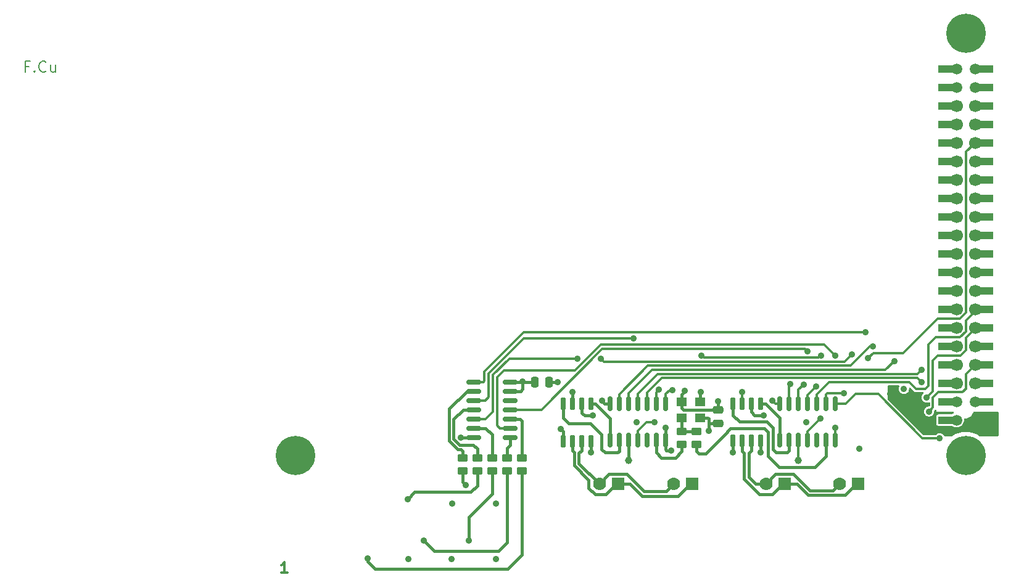
<source format=gbr>
%TF.GenerationSoftware,KiCad,Pcbnew,9.0.1-9.0.1-0~ubuntu24.04.1*%
%TF.CreationDate,2025-04-26T12:20:12-07:00*%
%TF.ProjectId,NX-IndicatorBoard,4e582d49-6e64-4696-9361-746f72426f61,1*%
%TF.SameCoordinates,Original*%
%TF.FileFunction,Copper,L1,Top*%
%TF.FilePolarity,Positive*%
%FSLAX46Y46*%
G04 Gerber Fmt 4.6, Leading zero omitted, Abs format (unit mm)*
G04 Created by KiCad (PCBNEW 9.0.1-9.0.1-0~ubuntu24.04.1) date 2025-04-26 12:20:12*
%MOMM*%
%LPD*%
G01*
G04 APERTURE LIST*
G04 Aperture macros list*
%AMRoundRect*
0 Rectangle with rounded corners*
0 $1 Rounding radius*
0 $2 $3 $4 $5 $6 $7 $8 $9 X,Y pos of 4 corners*
0 Add a 4 corners polygon primitive as box body*
4,1,4,$2,$3,$4,$5,$6,$7,$8,$9,$2,$3,0*
0 Add four circle primitives for the rounded corners*
1,1,$1+$1,$2,$3*
1,1,$1+$1,$4,$5*
1,1,$1+$1,$6,$7*
1,1,$1+$1,$8,$9*
0 Add four rect primitives between the rounded corners*
20,1,$1+$1,$2,$3,$4,$5,0*
20,1,$1+$1,$4,$5,$6,$7,0*
20,1,$1+$1,$6,$7,$8,$9,0*
20,1,$1+$1,$8,$9,$2,$3,0*%
G04 Aperture macros list end*
%ADD10C,0.187500*%
%TA.AperFunction,NonConductor*%
%ADD11C,0.187500*%
%TD*%
%ADD12C,0.300000*%
%TA.AperFunction,NonConductor*%
%ADD13C,0.300000*%
%TD*%
%TA.AperFunction,SMDPad,CuDef*%
%ADD14RoundRect,0.150000X0.150000X-0.825000X0.150000X0.825000X-0.150000X0.825000X-0.150000X-0.825000X0*%
%TD*%
%TA.AperFunction,SMDPad,CuDef*%
%ADD15R,1.400000X1.200000*%
%TD*%
%TA.AperFunction,ComponentPad*%
%ADD16C,1.000000*%
%TD*%
%TA.AperFunction,SMDPad,CuDef*%
%ADD17RoundRect,0.150000X-0.150000X0.725000X-0.150000X-0.725000X0.150000X-0.725000X0.150000X0.725000X0*%
%TD*%
%TA.AperFunction,SMDPad,CuDef*%
%ADD18RoundRect,0.250000X-0.450000X0.262500X-0.450000X-0.262500X0.450000X-0.262500X0.450000X0.262500X0*%
%TD*%
%TA.AperFunction,ComponentPad*%
%ADD19C,1.500000*%
%TD*%
%TA.AperFunction,SMDPad,CuDef*%
%ADD20R,1.780000X1.020000*%
%TD*%
%TA.AperFunction,ComponentPad*%
%ADD21C,1.700000*%
%TD*%
%TA.AperFunction,ComponentPad*%
%ADD22R,1.778000X1.778000*%
%TD*%
%TA.AperFunction,ComponentPad*%
%ADD23C,1.778000*%
%TD*%
%TA.AperFunction,SMDPad,CuDef*%
%ADD24RoundRect,0.250000X0.475000X-0.250000X0.475000X0.250000X-0.475000X0.250000X-0.475000X-0.250000X0*%
%TD*%
%TA.AperFunction,ComponentPad*%
%ADD25C,5.400000*%
%TD*%
%TA.AperFunction,SMDPad,CuDef*%
%ADD26RoundRect,0.150000X-0.825000X-0.150000X0.825000X-0.150000X0.825000X0.150000X-0.825000X0.150000X0*%
%TD*%
%TA.AperFunction,SMDPad,CuDef*%
%ADD27RoundRect,0.250000X-0.250000X-0.475000X0.250000X-0.475000X0.250000X0.475000X-0.250000X0.475000X0*%
%TD*%
%TA.AperFunction,ViaPad*%
%ADD28C,0.889000*%
%TD*%
%TA.AperFunction,Conductor*%
%ADD29C,0.381000*%
%TD*%
%TA.AperFunction,Conductor*%
%ADD30C,1.020000*%
%TD*%
%TA.AperFunction,Conductor*%
%ADD31C,0.304800*%
%TD*%
G04 APERTURE END LIST*
D10*
D11*
X29377697Y-55535964D02*
X28877697Y-55535964D01*
X28877697Y-56321678D02*
X28877697Y-54821678D01*
X28877697Y-54821678D02*
X29591983Y-54821678D01*
X30163411Y-56178821D02*
X30234840Y-56250250D01*
X30234840Y-56250250D02*
X30163411Y-56321678D01*
X30163411Y-56321678D02*
X30091983Y-56250250D01*
X30091983Y-56250250D02*
X30163411Y-56178821D01*
X30163411Y-56178821D02*
X30163411Y-56321678D01*
X31734840Y-56178821D02*
X31663412Y-56250250D01*
X31663412Y-56250250D02*
X31449126Y-56321678D01*
X31449126Y-56321678D02*
X31306269Y-56321678D01*
X31306269Y-56321678D02*
X31091983Y-56250250D01*
X31091983Y-56250250D02*
X30949126Y-56107392D01*
X30949126Y-56107392D02*
X30877697Y-55964535D01*
X30877697Y-55964535D02*
X30806269Y-55678821D01*
X30806269Y-55678821D02*
X30806269Y-55464535D01*
X30806269Y-55464535D02*
X30877697Y-55178821D01*
X30877697Y-55178821D02*
X30949126Y-55035964D01*
X30949126Y-55035964D02*
X31091983Y-54893107D01*
X31091983Y-54893107D02*
X31306269Y-54821678D01*
X31306269Y-54821678D02*
X31449126Y-54821678D01*
X31449126Y-54821678D02*
X31663412Y-54893107D01*
X31663412Y-54893107D02*
X31734840Y-54964535D01*
X33020555Y-55321678D02*
X33020555Y-56321678D01*
X32377697Y-55321678D02*
X32377697Y-56107392D01*
X32377697Y-56107392D02*
X32449126Y-56250250D01*
X32449126Y-56250250D02*
X32591983Y-56321678D01*
X32591983Y-56321678D02*
X32806269Y-56321678D01*
X32806269Y-56321678D02*
X32949126Y-56250250D01*
X32949126Y-56250250D02*
X33020555Y-56178821D01*
D12*
D13*
X64893772Y-125124428D02*
X64036629Y-125124428D01*
X64465200Y-125124428D02*
X64465200Y-123624428D01*
X64465200Y-123624428D02*
X64322343Y-123838714D01*
X64322343Y-123838714D02*
X64179486Y-123981571D01*
X64179486Y-123981571D02*
X64036629Y-124053000D01*
D14*
%TO.P,U3,1,TXCAN*%
%TO.N,/SPI-CAN-FD1/CANTX*%
X109170500Y-106869000D03*
%TO.P,U3,2,RXCAN*%
%TO.N,/SPI-CAN-FD1/CANRX*%
X110440500Y-106869000D03*
%TO.P,U3,3,CLKO/SOF*%
%TO.N,Net-(U3-CLKO{slash}SOF)*%
X111710500Y-106869000D03*
%TO.P,U3,4,~{INT}*%
%TO.N,/GPIO09*%
X112980500Y-106869000D03*
%TO.P,U3,5,OSC2*%
%TO.N,unconnected-(U3-OSC2-Pad5)*%
X114250500Y-106869000D03*
%TO.P,U3,6,OSC1*%
%TO.N,/SPI-CAN-FD1/CLK*%
X115520500Y-106869000D03*
%TO.P,U3,7,VSS*%
%TO.N,GND*%
X116790500Y-106869000D03*
%TO.P,U3,8,~{INT1}/GPIO1*%
%TO.N,/GPIO07*%
X116790500Y-101919000D03*
%TO.P,U3,9,~{INT0}/GPIO0/XSTBY*%
%TO.N,/GPIO12*%
X115520500Y-101919000D03*
%TO.P,U3,10,SCK*%
%TO.N,/SPI0_SCK*%
X114250500Y-101919000D03*
%TO.P,U3,11,SDI*%
%TO.N,/SPI0_MOSI*%
X112980500Y-101919000D03*
%TO.P,U3,12,SDO*%
%TO.N,/SPI0_MISO*%
X111710500Y-101919000D03*
%TO.P,U3,13,~{CS}*%
%TO.N,/SPI0_CS0*%
X110440500Y-101919000D03*
%TO.P,U3,14,VDD*%
%TO.N,+3V3*%
X109170500Y-101919000D03*
%TD*%
D15*
%TO.P,U4,1,EN*%
%TO.N,+3V3*%
X121564400Y-101590600D03*
%TO.P,U4,2,GND*%
%TO.N,GND*%
X119024400Y-101590600D03*
%TO.P,U4,3,OUT*%
%TO.N,Net-(U4-OUT)*%
X119024400Y-103790600D03*
%TO.P,U4,4,V_{DD}*%
%TO.N,+3V3*%
X121564400Y-103790600D03*
%TD*%
D16*
%TO.P,TP1,1,1*%
%TO.N,Net-(U3-CLKO{slash}SOF)*%
X111734600Y-109702600D03*
%TD*%
D17*
%TO.P,U5,1,TXD*%
%TO.N,/SPI-CAN-FD2/CANTX*%
X129819400Y-101844400D03*
%TO.P,U5,2,V_{SS}*%
%TO.N,GND*%
X128549400Y-101844400D03*
%TO.P,U5,3,V_{DD}*%
%TO.N,+5V*%
X127279400Y-101844400D03*
%TO.P,U5,4,RXD*%
%TO.N,/SPI-CAN-FD2/CANRX*%
X126009400Y-101844400D03*
%TO.P,U5,5,V_{IO}*%
%TO.N,+3V3*%
X126009400Y-106994400D03*
%TO.P,U5,6,CANL*%
%TO.N,/CAN2_L*%
X127279400Y-106994400D03*
%TO.P,U5,7,CANH*%
%TO.N,/CAN2_H*%
X128549400Y-106994400D03*
%TO.P,U5,8,S*%
%TO.N,GND*%
X129819400Y-106994400D03*
%TD*%
D18*
%TO.P,R3,1*%
%TO.N,Net-(R3-Pad1)*%
X92964000Y-109323500D03*
%TO.P,R3,2*%
%TO.N,Net-(D4-K)*%
X92964000Y-111148500D03*
%TD*%
D19*
%TO.P,J5,1,Pin_1*%
%TO.N,+3V3*%
X159270000Y-104130000D03*
D20*
X160910000Y-104130000D03*
%TO.P,J5,2,Pin_2*%
%TO.N,+5V*%
X155090000Y-104130000D03*
D19*
X156730000Y-104130000D03*
%TO.P,J5,3,Pin_3*%
%TO.N,/I2C1_SDA*%
X159270000Y-101590000D03*
D20*
X160910000Y-101590000D03*
%TO.P,J5,4,Pin_4*%
%TO.N,+5V*%
X155090000Y-101590000D03*
D19*
X156730000Y-101590000D03*
D21*
%TO.P,J5,5,Pin_5*%
%TO.N,/I2C1_SCL*%
X159270000Y-99050000D03*
D20*
X160910000Y-99050000D03*
%TO.P,J5,6,Pin_6*%
%TO.N,GND*%
X155090000Y-99050000D03*
D21*
X156730000Y-99050000D03*
%TO.P,J5,7,Pin_7*%
%TO.N,/GPIO09*%
X159270000Y-96510000D03*
D20*
X160910000Y-96510000D03*
%TO.P,J5,8,Pin_8*%
%TO.N,/UART1_TXD*%
X155090000Y-96510000D03*
D21*
X156730000Y-96510000D03*
%TO.P,J5,9,Pin_9*%
%TO.N,GND*%
X159270000Y-93970000D03*
D20*
X160910000Y-93970000D03*
%TO.P,J5,10,Pin_10*%
%TO.N,/UART1_RXD*%
X155090000Y-93970000D03*
D21*
X156730000Y-93970000D03*
%TO.P,J5,11,Pin_11*%
%TO.N,/UART1_RTS*%
X159270000Y-91430000D03*
D20*
X160910000Y-91430000D03*
%TO.P,J5,12,Pin_12*%
%TO.N,/I2S0_SCLK*%
X155090000Y-91430000D03*
D21*
X156730000Y-91430000D03*
%TO.P,J5,13,Pin_13*%
%TO.N,/SPI1_SCK*%
X159270000Y-88890000D03*
D20*
X160910000Y-88890000D03*
%TO.P,J5,14,Pin_14*%
%TO.N,GND*%
X155090000Y-88890000D03*
D21*
X156730000Y-88890000D03*
%TO.P,J5,15,Pin_15*%
%TO.N,/GPIO12*%
X159270000Y-86350000D03*
D20*
X160910000Y-86350000D03*
%TO.P,J5,16,Pin_16*%
%TO.N,/SPI1_CS1*%
X155090000Y-86350000D03*
D21*
X156730000Y-86350000D03*
%TO.P,J5,17,Pin_17*%
%TO.N,+3V3*%
X159270000Y-83810000D03*
D20*
X160910000Y-83810000D03*
%TO.P,J5,18,Pin_18*%
%TO.N,/SPI1_CS0*%
X155090000Y-83810000D03*
D21*
X156730000Y-83810000D03*
%TO.P,J5,19,Pin_19*%
%TO.N,/SPI0_MOSI*%
X159270000Y-81270000D03*
D20*
X160910000Y-81270000D03*
%TO.P,J5,20,Pin_20*%
%TO.N,GND*%
X155090000Y-81270000D03*
D21*
X156730000Y-81270000D03*
%TO.P,J5,21,Pin_21*%
%TO.N,/SPI0_MISO*%
X159270000Y-78730000D03*
D20*
X160910000Y-78730000D03*
%TO.P,J5,22,Pin_22*%
%TO.N,/SPI1_MISO*%
X155090000Y-78730000D03*
D21*
X156730000Y-78730000D03*
%TO.P,J5,23,Pin_23*%
%TO.N,/SPI0_SCK*%
X159270000Y-76190000D03*
D20*
X160910000Y-76190000D03*
%TO.P,J5,24,Pin_24*%
%TO.N,/SPI0_CS0*%
X155090000Y-76190000D03*
D21*
X156730000Y-76190000D03*
%TO.P,J5,25,Pin_25*%
%TO.N,GND*%
X159270000Y-73650000D03*
D20*
X160910000Y-73650000D03*
%TO.P,J5,26,Pin_26*%
%TO.N,/SPI0_CS1*%
X155090000Y-73650000D03*
D21*
X156730000Y-73650000D03*
%TO.P,J5,27,Pin_27*%
%TO.N,/I2C0_SDA*%
X159270000Y-71110000D03*
D20*
X160910000Y-71110000D03*
%TO.P,J5,28,Pin_28*%
%TO.N,/I2C0_SCL*%
X155090000Y-71110000D03*
D21*
X156730000Y-71110000D03*
%TO.P,J5,29,Pin_29*%
%TO.N,/GPIO01*%
X159270000Y-68570000D03*
D20*
X160910000Y-68570000D03*
%TO.P,J5,30,Pin_30*%
%TO.N,GND*%
X155090000Y-68570000D03*
D21*
X156730000Y-68570000D03*
%TO.P,J5,31,Pin_31*%
%TO.N,/GPIO11*%
X159270000Y-66030000D03*
D20*
X160910000Y-66030000D03*
%TO.P,J5,32,Pin_32*%
%TO.N,/GPIO07*%
X155090000Y-66030000D03*
D21*
X156730000Y-66030000D03*
%TO.P,J5,33,Pin_33*%
%TO.N,/GPIO13*%
X159270000Y-63490000D03*
D20*
X160910000Y-63490000D03*
%TO.P,J5,34,Pin_34*%
%TO.N,GND*%
X155090000Y-63490000D03*
D21*
X156730000Y-63490000D03*
%TO.P,J5,35,Pin_35*%
%TO.N,/I2S0_FS*%
X159270000Y-60950000D03*
D20*
X160910000Y-60950000D03*
%TO.P,J5,36,Pin_36*%
%TO.N,/UART1_CTS*%
X155090000Y-60950000D03*
D21*
X156730000Y-60950000D03*
D19*
%TO.P,J5,37,Pin_37*%
%TO.N,/SPI1_MOSI*%
X159270000Y-58410000D03*
D20*
X160910000Y-58410000D03*
%TO.P,J5,38,Pin_38*%
%TO.N,/I2S0_DIN*%
X155090000Y-58410000D03*
D19*
X156730000Y-58410000D03*
%TO.P,J5,39,Pin_39*%
%TO.N,GND*%
X159270000Y-55870000D03*
D20*
X160910000Y-55870000D03*
%TO.P,J5,40,Pin_40*%
%TO.N,/I2S0_DOUT*%
X155090000Y-55870000D03*
D19*
X156730000Y-55870000D03*
%TD*%
D22*
%TO.P,J1,1,Pin_1*%
%TO.N,/CAN1_L*%
X110236000Y-112903000D03*
D23*
%TO.P,J1,2,Pin_2*%
%TO.N,/CAN1_H*%
X107696000Y-112903000D03*
%TD*%
D14*
%TO.P,U6,1,TXCAN*%
%TO.N,/SPI-CAN-FD2/CANTX*%
X132461000Y-106869000D03*
%TO.P,U6,2,RXCAN*%
%TO.N,/SPI-CAN-FD2/CANRX*%
X133731000Y-106869000D03*
%TO.P,U6,3,CLKO/SOF*%
%TO.N,Net-(U6-CLKO{slash}SOF)*%
X135001000Y-106869000D03*
%TO.P,U6,4,~{INT}*%
%TO.N,/GPIO01*%
X136271000Y-106869000D03*
%TO.P,U6,5,OSC2*%
%TO.N,unconnected-(U6-OSC2-Pad5)*%
X137541000Y-106869000D03*
%TO.P,U6,6,OSC1*%
%TO.N,/SPI-CAN-FD2/CLK*%
X138811000Y-106869000D03*
%TO.P,U6,7,VSS*%
%TO.N,GND*%
X140081000Y-106869000D03*
%TO.P,U6,8,~{INT1}/GPIO1*%
%TO.N,/GPIO13*%
X140081000Y-101919000D03*
%TO.P,U6,9,~{INT0}/GPIO0/XSTBY*%
%TO.N,/GPIO11*%
X138811000Y-101919000D03*
%TO.P,U6,10,SCK*%
%TO.N,/SPI1_SCK*%
X137541000Y-101919000D03*
%TO.P,U6,11,SDI*%
%TO.N,/SPI1_MOSI*%
X136271000Y-101919000D03*
%TO.P,U6,12,SDO*%
%TO.N,/SPI1_MISO*%
X135001000Y-101919000D03*
%TO.P,U6,13,~{CS}*%
%TO.N,/SPI1_CS0*%
X133731000Y-101919000D03*
%TO.P,U6,14,VDD*%
%TO.N,+3V3*%
X132461000Y-101919000D03*
%TD*%
D18*
%TO.P,R5,1*%
%TO.N,Net-(R5-Pad1)*%
X97028000Y-109323500D03*
%TO.P,R5,2*%
%TO.N,Net-(D7-K)*%
X97028000Y-111148500D03*
%TD*%
D16*
%TO.P,TP2,1,1*%
%TO.N,Net-(U6-CLKO{slash}SOF)*%
X135001000Y-109677200D03*
%TD*%
D18*
%TO.P,R1,1*%
%TO.N,Net-(R1-Pad1)*%
X88900000Y-109323500D03*
%TO.P,R1,2*%
%TO.N,Net-(D3-K)*%
X88900000Y-111148500D03*
%TD*%
D24*
%TO.P,C2,1*%
%TO.N,+3V3*%
X123952000Y-104607400D03*
%TO.P,C2,2*%
%TO.N,GND*%
X123952000Y-102707400D03*
%TD*%
D25*
%TO.P,H2,1*%
%TO.N,N/C*%
X158000000Y-51000000D03*
%TD*%
D22*
%TO.P,J4,1,Pin_1*%
%TO.N,/CAN2_L*%
X143230600Y-112903000D03*
D23*
%TO.P,J4,2,Pin_2*%
%TO.N,/CAN2_H*%
X140690600Y-112903000D03*
%TD*%
D17*
%TO.P,U2,1,TXD*%
%TO.N,/SPI-CAN-FD1/CANTX*%
X106527600Y-101869800D03*
%TO.P,U2,2,V_{SS}*%
%TO.N,GND*%
X105257600Y-101869800D03*
%TO.P,U2,3,V_{DD}*%
%TO.N,+5V*%
X103987600Y-101869800D03*
%TO.P,U2,4,RXD*%
%TO.N,/SPI-CAN-FD1/CANRX*%
X102717600Y-101869800D03*
%TO.P,U2,5,V_{IO}*%
%TO.N,+3V3*%
X102717600Y-107019800D03*
%TO.P,U2,6,CANL*%
%TO.N,/CAN1_L*%
X103987600Y-107019800D03*
%TO.P,U2,7,CANH*%
%TO.N,/CAN1_H*%
X105257600Y-107019800D03*
%TO.P,U2,8,S*%
%TO.N,GND*%
X106527600Y-107019800D03*
%TD*%
D18*
%TO.P,R4,1*%
%TO.N,Net-(R4-Pad1)*%
X94996000Y-109323500D03*
%TO.P,R4,2*%
%TO.N,Net-(D6-K)*%
X94996000Y-111148500D03*
%TD*%
%TO.P,R6,1*%
%TO.N,Net-(U4-OUT)*%
X119024400Y-105665900D03*
%TO.P,R6,2*%
%TO.N,/SPI-CAN-FD1/CLK*%
X119024400Y-107490900D03*
%TD*%
D25*
%TO.P,H1,1*%
%TO.N,N/C*%
X66000000Y-109000000D03*
%TD*%
%TO.P,H3,1*%
%TO.N,N/C*%
X158000000Y-109000000D03*
%TD*%
D22*
%TO.P,J2,1,Pin_1*%
%TO.N,/CAN1_L*%
X120396000Y-112903000D03*
D23*
%TO.P,J2,2,Pin_2*%
%TO.N,/CAN1_H*%
X117856000Y-112903000D03*
%TD*%
D18*
%TO.P,R7,1*%
%TO.N,Net-(U4-OUT)*%
X121058106Y-105665090D03*
%TO.P,R7,2*%
%TO.N,/SPI-CAN-FD2/CLK*%
X121058106Y-107490090D03*
%TD*%
D22*
%TO.P,J3,1,Pin_1*%
%TO.N,/CAN2_L*%
X133096000Y-112903000D03*
D23*
%TO.P,J3,2,Pin_2*%
%TO.N,/CAN2_H*%
X130556000Y-112903000D03*
%TD*%
D18*
%TO.P,R2,1*%
%TO.N,Net-(R2-Pad1)*%
X90932000Y-109323500D03*
%TO.P,R2,2*%
%TO.N,Net-(D5-K)*%
X90932000Y-111148500D03*
%TD*%
D26*
%TO.P,U1,1*%
%TO.N,/UART1_CTS*%
X90489000Y-98883500D03*
%TO.P,U1,2*%
%TO.N,Net-(R1-Pad1)*%
X90489000Y-100153500D03*
%TO.P,U1,3*%
%TO.N,/UART1_RTS*%
X90489000Y-101423500D03*
%TO.P,U1,4*%
%TO.N,Net-(R2-Pad1)*%
X90489000Y-102693500D03*
%TO.P,U1,5*%
%TO.N,/I2S0_SCLK*%
X90489000Y-103963500D03*
%TO.P,U1,6*%
%TO.N,Net-(R3-Pad1)*%
X90489000Y-105233500D03*
%TO.P,U1,7,GND*%
%TO.N,GND*%
X90489000Y-106503500D03*
%TO.P,U1,8*%
%TO.N,Net-(R4-Pad1)*%
X95439000Y-106503500D03*
%TO.P,U1,9*%
%TO.N,/UART1_RXD*%
X95439000Y-105233500D03*
%TO.P,U1,10*%
%TO.N,Net-(R5-Pad1)*%
X95439000Y-103963500D03*
%TO.P,U1,11*%
%TO.N,/UART1_TXD*%
X95439000Y-102693500D03*
%TO.P,U1,12*%
%TO.N,unconnected-(U1-Pad12)*%
X95439000Y-101423500D03*
%TO.P,U1,13*%
%TO.N,+3V3*%
X95439000Y-100153500D03*
%TO.P,U1,14,VCC*%
X95439000Y-98883500D03*
%TD*%
D27*
%TO.P,C1,1*%
%TO.N,+3V3*%
X98872000Y-98882200D03*
%TO.P,C1,2*%
%TO.N,GND*%
X100772000Y-98882200D03*
%TD*%
D28*
%TO.N,+3V3*%
X87477600Y-115570000D03*
X81483200Y-123190000D03*
X97180400Y-98856800D03*
X102438200Y-105384600D03*
X121589800Y-100253800D03*
X131406900Y-101485700D03*
X149453600Y-102793800D03*
X87452200Y-123190000D03*
X93472000Y-123215400D03*
X126009400Y-108610400D03*
X149301200Y-101041200D03*
X122707400Y-105638600D03*
X147633249Y-100555421D03*
X93472000Y-115570000D03*
X108102402Y-101422202D03*
%TO.N,GND*%
X112852200Y-104419400D03*
X140055600Y-105181400D03*
X106553000Y-108610400D03*
X88722200Y-106502200D03*
X102006400Y-98882200D03*
X129844800Y-108585000D03*
X119449072Y-100147810D03*
X106807000Y-103530400D03*
X130276600Y-103479600D03*
X116789200Y-105181400D03*
X117551200Y-108305600D03*
X123952000Y-101523800D03*
X136121710Y-104414192D03*
X143408400Y-108102400D03*
%TO.N,+5V*%
X103987600Y-100253800D03*
X127254000Y-100304600D03*
%TO.N,/GPIO09*%
X149504400Y-99822000D03*
X115290600Y-104419400D03*
X152958800Y-102946200D03*
%TO.N,/UART1_TXD*%
X136245600Y-94717108D03*
%TO.N,/UART1_RXD*%
X140079414Y-95271844D03*
%TO.N,/UART1_RTS*%
X152628600Y-101015800D03*
X112395000Y-92928964D03*
%TO.N,/I2S0_SCLK*%
X107924601Y-95732601D03*
X142354299Y-95110299D03*
X104648000Y-95681800D03*
%TO.N,/GPIO12*%
X121691400Y-95250000D03*
X115900200Y-99974400D03*
X138125200Y-95250000D03*
%TO.N,/SPI0_MOSI*%
X151917400Y-97231200D03*
%TO.N,/SPI0_MISO*%
X148197566Y-96000568D03*
%TO.N,/SPI1_MISO*%
X135736323Y-99240001D03*
%TO.N,/SPI0_SCK*%
X151942800Y-98958400D03*
%TO.N,/SPI1_CS0*%
X133925566Y-99183827D03*
%TO.N,/GPIO01*%
X138049000Y-103885998D03*
%TO.N,/GPIO11*%
X144604107Y-95637116D03*
X141249400Y-100457000D03*
%TO.N,/GPIO07*%
X117754400Y-99999800D03*
%TO.N,/GPIO13*%
X154406600Y-106626850D03*
%TO.N,/UART1_CTS*%
X144195800Y-92049600D03*
%TO.N,/SPI1_MOSI*%
X137462896Y-99489896D03*
%TO.N,/SPI0_CS0*%
X145239104Y-93978096D03*
%TO.N,Net-(D3-K)*%
X89331800Y-113030000D03*
%TO.N,Net-(D4-K)*%
X89763600Y-120675400D03*
%TO.N,Net-(D5-K)*%
X81407000Y-114985800D03*
%TO.N,Net-(D6-K)*%
X83616800Y-120675400D03*
%TO.N,Net-(D7-K)*%
X75920600Y-123164600D03*
%TD*%
D29*
%TO.N,+3V3*%
X95439000Y-98883500D02*
X97153700Y-98883500D01*
X122586600Y-103790600D02*
X122732800Y-103936800D01*
X122707400Y-105638600D02*
X122732800Y-105613200D01*
X97205800Y-98882200D02*
X97180400Y-98856800D01*
X102717600Y-107019800D02*
X102717600Y-105664000D01*
D30*
X160910000Y-104130000D02*
X159270000Y-104130000D01*
D29*
X98872000Y-98882200D02*
X97205800Y-98882200D01*
X97153700Y-98883500D02*
X97180400Y-98856800D01*
X97180400Y-99847400D02*
X97180400Y-98856800D01*
X121564400Y-103790600D02*
X122586600Y-103790600D01*
X96874300Y-100153500D02*
X97180400Y-99847400D01*
X122732800Y-103936800D02*
X122732800Y-104744600D01*
X108446800Y-101919000D02*
X108102402Y-101574602D01*
X108102402Y-101574602D02*
X108102402Y-101422202D01*
X126009400Y-106994400D02*
X126009400Y-108610400D01*
X102717600Y-105664000D02*
X102438200Y-105384600D01*
X95439000Y-100153500D02*
X96874300Y-100153500D01*
X121564400Y-101590600D02*
X121564400Y-100279200D01*
D31*
X132461000Y-101919000D02*
X131840200Y-101919000D01*
D29*
X122870000Y-104607400D02*
X123952000Y-104607400D01*
X122732800Y-105613200D02*
X122732800Y-104744600D01*
D31*
X131840200Y-101919000D02*
X131406900Y-101485700D01*
D29*
X121564400Y-100279200D02*
X121589800Y-100253800D01*
X109170500Y-101919000D02*
X108446800Y-101919000D01*
X122732800Y-104744600D02*
X122870000Y-104607400D01*
D30*
X160910000Y-83810000D02*
X159270000Y-83810000D01*
D29*
%TO.N,GND*%
X116790500Y-106869000D02*
X116790500Y-105182700D01*
X116790500Y-105182700D02*
X116789200Y-105181400D01*
D30*
X160910000Y-73650000D02*
X159270000Y-73650000D01*
X160910000Y-55870000D02*
X159270000Y-55870000D01*
D29*
X123952000Y-102707400D02*
X123952000Y-101523800D01*
X119268200Y-102707400D02*
X119024400Y-102463600D01*
X130276600Y-103479600D02*
X129006600Y-103479600D01*
X106527600Y-108585000D02*
X106553000Y-108610400D01*
X119024400Y-100572482D02*
X119449072Y-100147810D01*
D30*
X155090000Y-81270000D02*
X156730000Y-81270000D01*
X155090000Y-88890000D02*
X156730000Y-88890000D01*
D29*
X105257600Y-101869800D02*
X105257600Y-103124000D01*
D30*
X155090000Y-68570000D02*
X156730000Y-68570000D01*
D29*
X116790500Y-108179900D02*
X116916200Y-108305600D01*
X116790500Y-106869000D02*
X116790500Y-108179900D01*
X119024400Y-101590600D02*
X119024400Y-100572482D01*
X116916200Y-108305600D02*
X117551200Y-108305600D01*
X106527600Y-107019800D02*
X106527600Y-108585000D01*
X88723500Y-106503500D02*
X88722200Y-106502200D01*
D31*
X140081000Y-106869000D02*
X140081000Y-105206800D01*
D29*
X105257600Y-103124000D02*
X105664000Y-103530400D01*
X129819400Y-108559600D02*
X129844800Y-108585000D01*
D30*
X155090000Y-63490000D02*
X156730000Y-63490000D01*
X155090000Y-99050000D02*
X156730000Y-99050000D01*
X160910000Y-93970000D02*
X159270000Y-93970000D01*
D29*
X119024400Y-102463600D02*
X119024400Y-101590600D01*
X128549400Y-103022400D02*
X128549400Y-101844400D01*
D31*
X140081000Y-105206800D02*
X140055600Y-105181400D01*
D29*
X105664000Y-103530400D02*
X106807000Y-103530400D01*
X100772000Y-98882200D02*
X102006400Y-98882200D01*
X129006600Y-103479600D02*
X128549400Y-103022400D01*
X90489000Y-106503500D02*
X88723500Y-106503500D01*
X123952000Y-102707400D02*
X119268200Y-102707400D01*
X129819400Y-106994400D02*
X129819400Y-108559600D01*
D31*
%TO.N,+5V*%
X127279400Y-100330000D02*
X127254000Y-100304600D01*
D30*
X155090000Y-101590000D02*
X156730000Y-101590000D01*
D29*
X103987600Y-100253800D02*
X103987600Y-101869800D01*
D30*
X155090000Y-104130000D02*
X156730000Y-104130000D01*
D31*
X127279400Y-101844400D02*
X127279400Y-100330000D01*
D30*
%TO.N,/I2C1_SDA*%
X160910000Y-101590000D02*
X159270000Y-101590000D01*
%TO.N,/I2C1_SCL*%
X160910000Y-99050000D02*
X159270000Y-99050000D01*
D31*
%TO.N,/GPIO09*%
X157982336Y-97797664D02*
X157982336Y-99827664D01*
X157982336Y-99827664D02*
X157505400Y-100304600D01*
D30*
X160910000Y-96510000D02*
X159270000Y-96510000D01*
D31*
X153492200Y-102412800D02*
X152958800Y-102946200D01*
X112980500Y-106869000D02*
X112980500Y-105586500D01*
X154200516Y-100304600D02*
X153492200Y-101012916D01*
X157505400Y-100304600D02*
X154200516Y-100304600D01*
X153492200Y-101012916D02*
X153492200Y-102412800D01*
X114147600Y-104419400D02*
X115290600Y-104419400D01*
X112980500Y-105586500D02*
X114147600Y-104419400D01*
X159270000Y-96510000D02*
X157982336Y-97797664D01*
%TO.N,/UART1_TXD*%
X95439000Y-102693500D02*
X99738732Y-102693500D01*
X99738732Y-102693500D02*
X108045832Y-94386400D01*
X135914892Y-94386400D02*
X136245600Y-94717108D01*
D30*
X155090000Y-96510000D02*
X156730000Y-96510000D01*
D31*
X108045832Y-94386400D02*
X135914892Y-94386400D01*
D30*
%TO.N,/UART1_RXD*%
X155090000Y-93970000D02*
X156730000Y-93970000D01*
D31*
X94006700Y-105233500D02*
X95439000Y-105233500D01*
X104314916Y-97332800D02*
X94589600Y-97332800D01*
X93646736Y-104873536D02*
X94006700Y-105233500D01*
X93646736Y-98275664D02*
X93646736Y-104873536D01*
X140079414Y-95271844D02*
X138584370Y-93776800D01*
X138584370Y-93776800D02*
X107870916Y-93776800D01*
X107870916Y-93776800D02*
X104314916Y-97332800D01*
X94589600Y-97332800D02*
X93646736Y-98275664D01*
%TO.N,/UART1_RTS*%
X92532200Y-100990400D02*
X92099100Y-101423500D01*
X92099100Y-101423500D02*
X90489000Y-101423500D01*
X157248735Y-95257664D02*
X154137664Y-95257664D01*
D30*
X160910000Y-91430000D02*
X159270000Y-91430000D01*
D31*
X112395000Y-92928964D02*
X112394000Y-92929964D01*
X92532200Y-97713800D02*
X92532200Y-100990400D01*
X154137664Y-95257664D02*
X153466800Y-95928528D01*
X159270000Y-91555000D02*
X157982336Y-92842664D01*
X159270000Y-91430000D02*
X159270000Y-91555000D01*
X112394000Y-92929964D02*
X97316036Y-92929964D01*
X153466800Y-100177600D02*
X152628600Y-101015800D01*
X157982336Y-94524063D02*
X157248735Y-95257664D01*
X157982336Y-92842664D02*
X157982336Y-94524063D01*
X97316036Y-92929964D02*
X92532200Y-97713800D01*
X153466800Y-95928528D02*
X153466800Y-100177600D01*
%TO.N,/I2S0_SCLK*%
X141345918Y-96118680D02*
X108310680Y-96118680D01*
X104648000Y-95681800D02*
X95350130Y-95681800D01*
X93091000Y-97940930D02*
X93091000Y-102946200D01*
X92073700Y-103963500D02*
X90489000Y-103963500D01*
D30*
X155090000Y-91430000D02*
X156730000Y-91430000D01*
D31*
X95350130Y-95681800D02*
X93091000Y-97940930D01*
X108310680Y-96118680D02*
X107924601Y-95732601D01*
X142354299Y-95110299D02*
X141345918Y-96118680D01*
X93091000Y-102946200D02*
X92073700Y-103963500D01*
%TO.N,/SPI1_SCK*%
X157990000Y-91941071D02*
X157990000Y-90472800D01*
X159270000Y-89192800D02*
X159270000Y-88890000D01*
X137541000Y-101919000D02*
X137541000Y-100609400D01*
X157990000Y-90472800D02*
X159270000Y-89192800D01*
D30*
X160910000Y-88890000D02*
X159270000Y-88890000D01*
D31*
X157213407Y-92717664D02*
X157990000Y-91941071D01*
X153890936Y-92717664D02*
X157213407Y-92717664D01*
X152476200Y-99872800D02*
X152882600Y-99466400D01*
X139192000Y-98958400D02*
X150262593Y-98958400D01*
X152882600Y-99466400D02*
X152882600Y-93726000D01*
X152882600Y-93726000D02*
X153890936Y-92717664D01*
X151176993Y-99872800D02*
X152476200Y-99872800D01*
X150262593Y-98958400D02*
X151176993Y-99872800D01*
X137541000Y-100609400D02*
X139192000Y-98958400D01*
%TO.N,/GPIO12*%
X115520500Y-100354100D02*
X115900200Y-99974400D01*
D30*
X160910000Y-86350000D02*
X159270000Y-86350000D01*
D31*
X137811256Y-95563944D02*
X138125200Y-95250000D01*
X115520500Y-101919000D02*
X115520500Y-100354100D01*
X122005344Y-95563944D02*
X137811256Y-95563944D01*
X121691400Y-95250000D02*
X122005344Y-95563944D01*
D29*
%TO.N,/CAN1_L*%
X104244665Y-110345357D02*
X106248200Y-112348892D01*
X103987600Y-107019800D02*
X103987600Y-108280200D01*
X118491000Y-114554000D02*
X120142000Y-112903000D01*
X106248200Y-113461800D02*
X107111800Y-114325400D01*
X106248200Y-112348892D02*
X106248200Y-113461800D01*
X104244664Y-108537264D02*
X104244665Y-110345357D01*
X109982000Y-112903000D02*
X110236000Y-112903000D01*
X103987600Y-108280200D02*
X104244664Y-108537264D01*
X120142000Y-112903000D02*
X120396000Y-112903000D01*
X110236000Y-112903000D02*
X111907708Y-112903000D01*
X111907708Y-112903000D02*
X113558708Y-114554000D01*
X107111800Y-114325400D02*
X108559600Y-114325400D01*
X113558708Y-114554000D02*
X118491000Y-114554000D01*
X108559600Y-114325400D02*
X109982000Y-112903000D01*
%TO.N,/CAN1_H*%
X104876600Y-110083600D02*
X107696000Y-112903000D01*
X104876600Y-108686600D02*
X104876600Y-110083600D01*
X111470964Y-111572564D02*
X109026436Y-111572564D01*
X109026436Y-111572564D02*
X107696000Y-112903000D01*
X116836936Y-113922064D02*
X113820464Y-113922064D01*
X105257600Y-107019800D02*
X105257600Y-108305600D01*
X113820464Y-113922064D02*
X111470964Y-111572564D01*
X105257600Y-108305600D02*
X104876600Y-108686600D01*
X117856000Y-112903000D02*
X116836936Y-113922064D01*
D31*
%TO.N,/SPI0_MOSI*%
X133351473Y-97782640D02*
X151365960Y-97782640D01*
D30*
X160910000Y-81270000D02*
X159270000Y-81270000D01*
D31*
X151365960Y-97782640D02*
X151917400Y-97231200D01*
X115703403Y-97783597D02*
X133350516Y-97783597D01*
X112980500Y-100506500D02*
X115703403Y-97783597D01*
X133350516Y-97783597D02*
X133351473Y-97782640D01*
X112980500Y-101919000D02*
X112980500Y-100506500D01*
D30*
%TO.N,/SPI0_MISO*%
X160910000Y-78730000D02*
X159270000Y-78730000D01*
D31*
X133121693Y-97227904D02*
X146970230Y-97227904D01*
X133120736Y-97228861D02*
X133121693Y-97227904D01*
X111710500Y-101919000D02*
X111710500Y-100481100D01*
X114962739Y-97228861D02*
X133120736Y-97228861D01*
X111710500Y-100481100D02*
X114962739Y-97228861D01*
X146970230Y-97227904D02*
X148197566Y-96000568D01*
%TO.N,/SPI1_MISO*%
X135001000Y-99975324D02*
X135736323Y-99240001D01*
X135001000Y-101919000D02*
X135001000Y-99975324D01*
D30*
X155090000Y-78730000D02*
X156730000Y-78730000D01*
D31*
%TO.N,/SPI0_SCK*%
X116291667Y-98338333D02*
X133580296Y-98338333D01*
X133580296Y-98338333D02*
X133581253Y-98337376D01*
X151321776Y-98337376D02*
X151942800Y-98958400D01*
X114250500Y-100379500D02*
X116291667Y-98338333D01*
X114250500Y-101919000D02*
X114250500Y-100379500D01*
X133581253Y-98337376D02*
X151321776Y-98337376D01*
D30*
X160910000Y-76190000D02*
X159270000Y-76190000D01*
D31*
%TO.N,/SPI1_CS0*%
X133731000Y-99378393D02*
X133925566Y-99183827D01*
X133731000Y-101919000D02*
X133731000Y-99378393D01*
D30*
X155090000Y-83810000D02*
X156730000Y-83810000D01*
%TO.N,/SPI0_CS1*%
X155090000Y-73650000D02*
X156730000Y-73650000D01*
%TO.N,/I2C0_SDA*%
X160910000Y-71110000D02*
X159270000Y-71110000D01*
%TO.N,/I2C0_SCL*%
X155090000Y-71110000D02*
X156730000Y-71110000D01*
%TO.N,/GPIO01*%
X160910000Y-68570000D02*
X159270000Y-68570000D01*
D31*
X136271000Y-106869000D02*
X136271000Y-105663998D01*
X136271000Y-105663998D02*
X138049000Y-103885998D01*
%TO.N,/GPIO11*%
X158017664Y-89373407D02*
X157213407Y-90177664D01*
X138811000Y-100634800D02*
X138988800Y-100457000D01*
D30*
X160910000Y-66030000D02*
X159270000Y-66030000D01*
D31*
X149352000Y-94919800D02*
X145321423Y-94919800D01*
X157213407Y-90177664D02*
X154094136Y-90177664D01*
X138988800Y-100457000D02*
X141249400Y-100457000D01*
X159270000Y-66030000D02*
X158017664Y-67282336D01*
X145321423Y-94919800D02*
X144604107Y-95637116D01*
X158017664Y-67282336D02*
X158017664Y-89373407D01*
X138811000Y-101919000D02*
X138811000Y-100634800D01*
X154094136Y-90177664D02*
X149352000Y-94919800D01*
%TO.N,/GPIO07*%
X117348000Y-99999800D02*
X117754400Y-99999800D01*
D30*
X155090000Y-66030000D02*
X156730000Y-66030000D01*
D31*
X116790500Y-101919000D02*
X116790500Y-100557300D01*
X116790500Y-100557300D02*
X117348000Y-99999800D01*
%TO.N,/GPIO13*%
X140081000Y-101919000D02*
X141489200Y-101919000D01*
X142849600Y-100558600D02*
X145969993Y-100558600D01*
X141489200Y-101919000D02*
X142849600Y-100558600D01*
X152038243Y-106626850D02*
X154406600Y-106626850D01*
X145969993Y-100558600D02*
X152038243Y-106626850D01*
D30*
X160910000Y-63490000D02*
X159270000Y-63490000D01*
%TO.N,/I2S0_FS*%
X160910000Y-60950000D02*
X159270000Y-60950000D01*
D31*
%TO.N,/UART1_CTS*%
X97325672Y-92082128D02*
X91922600Y-97485200D01*
X143756652Y-92049600D02*
X143724124Y-92082128D01*
X91794300Y-98883500D02*
X90489000Y-98883500D01*
X144195800Y-92049600D02*
X143756652Y-92049600D01*
X91922600Y-97485200D02*
X91922600Y-98755200D01*
X143724124Y-92082128D02*
X97325672Y-92082128D01*
D30*
X155090000Y-60950000D02*
X156730000Y-60950000D01*
D31*
X91922600Y-98755200D02*
X91794300Y-98883500D01*
%TO.N,/SPI1_MOSI*%
X136271000Y-101919000D02*
X136271000Y-100681792D01*
X136271000Y-100681792D02*
X137462896Y-99489896D01*
D30*
X160910000Y-58410000D02*
X159270000Y-58410000D01*
%TO.N,/I2S0_DIN*%
X155090000Y-58410000D02*
X156730000Y-58410000D01*
%TO.N,/I2S0_DOUT*%
X155090000Y-55870000D02*
X156730000Y-55870000D01*
D29*
%TO.N,/CAN2_L*%
X127558800Y-108661200D02*
X127558800Y-112191800D01*
X142976600Y-112903000D02*
X143230600Y-112903000D01*
X127561865Y-112199557D02*
X128897244Y-113534936D01*
X132842000Y-112903000D02*
X133096000Y-112903000D01*
X127279400Y-106994400D02*
X127279400Y-108381800D01*
X128897244Y-113534936D02*
X128901935Y-113534935D01*
X128901935Y-113534935D02*
X129667000Y-114300000D01*
X141427200Y-114452400D02*
X142976600Y-112903000D01*
X131445000Y-114300000D02*
X132842000Y-112903000D01*
X136342508Y-114452400D02*
X141427200Y-114452400D01*
X127279400Y-108381800D02*
X127558800Y-108661200D01*
X133096000Y-112903000D02*
X134793108Y-112903000D01*
X127558800Y-112191800D02*
X127561865Y-112194865D01*
X134793108Y-112903000D02*
X136342508Y-114452400D01*
X129667000Y-114300000D02*
X131445000Y-114300000D01*
X127561865Y-112194865D02*
X127561865Y-112199557D01*
%TO.N,/CAN2_H*%
X129159000Y-112903000D02*
X130556000Y-112903000D01*
X134340600Y-111556800D02*
X131902200Y-111556800D01*
X139773136Y-113820464D02*
X136604264Y-113820464D01*
X128193800Y-111937800D02*
X129159000Y-112903000D01*
X136604264Y-113820464D02*
X134340600Y-111556800D01*
X128193800Y-108686600D02*
X128193800Y-111937800D01*
X131902200Y-111556800D02*
X130556000Y-112903000D01*
X140690600Y-112903000D02*
X139773136Y-113820464D01*
X128549400Y-106994400D02*
X128549400Y-108331000D01*
X128549400Y-108331000D02*
X128193800Y-108686600D01*
D31*
%TO.N,/SPI0_CS0*%
X110440500Y-100582700D02*
X114349784Y-96673416D01*
X144858104Y-93978096D02*
X145239104Y-93978096D01*
D30*
X155090000Y-76190000D02*
X156730000Y-76190000D01*
D31*
X110440500Y-101919000D02*
X110440500Y-100582700D01*
X114349784Y-96673416D02*
X142162784Y-96673416D01*
X142162784Y-96673416D02*
X144858104Y-93978096D01*
D30*
%TO.N,/SPI1_CS1*%
X155090000Y-86350000D02*
X156730000Y-86350000D01*
D29*
%TO.N,/SPI-CAN-FD1/CANTX*%
X107127600Y-101869800D02*
X109170500Y-103912700D01*
X109170500Y-103912700D02*
X109170500Y-106869000D01*
X106527600Y-101869800D02*
X107127600Y-101869800D01*
%TO.N,/SPI-CAN-FD1/CANRX*%
X108458000Y-108610400D02*
X108000800Y-108153200D01*
X106451400Y-104597200D02*
X103505000Y-104597200D01*
X110210600Y-108610400D02*
X108458000Y-108610400D01*
X110440500Y-108380500D02*
X110210600Y-108610400D01*
X103505000Y-104597200D02*
X102717600Y-103809800D01*
X108000800Y-106146600D02*
X106451400Y-104597200D01*
X110440500Y-106869000D02*
X110440500Y-108380500D01*
X108000800Y-108153200D02*
X108000800Y-106146600D01*
X102717600Y-103809800D02*
X102717600Y-101869800D01*
%TO.N,/SPI-CAN-FD2/CANRX*%
X126009400Y-103454200D02*
X126009400Y-101844400D01*
X131978400Y-108585000D02*
X131521200Y-108127800D01*
X130708400Y-104368600D02*
X126923800Y-104368600D01*
X131521200Y-108127800D02*
X131521200Y-105181400D01*
X131521200Y-105181400D02*
X130708400Y-104368600D01*
X133731000Y-108356400D02*
X133502400Y-108585000D01*
X126923800Y-104368600D02*
X126009400Y-103454200D01*
X133731000Y-106869000D02*
X133731000Y-108356400D01*
X133502400Y-108585000D02*
X131978400Y-108585000D01*
%TO.N,/SPI-CAN-FD2/CANTX*%
X132461000Y-103835200D02*
X130470200Y-101844400D01*
X132461000Y-106869000D02*
X132461000Y-103835200D01*
X130470200Y-101844400D02*
X129819400Y-101844400D01*
%TO.N,/SPI-CAN-FD1/CLK*%
X119024400Y-107490900D02*
X119024400Y-108407200D01*
X118110000Y-109321600D02*
X116230400Y-109321600D01*
X119024400Y-108407200D02*
X118110000Y-109321600D01*
X116230400Y-109321600D02*
X115520500Y-108611700D01*
X115520500Y-108611700D02*
X115520500Y-106869000D01*
%TO.N,Net-(D3-K)*%
X88900000Y-111148500D02*
X88900000Y-112598200D01*
X88900000Y-112598200D02*
X89331800Y-113030000D01*
%TO.N,Net-(D4-K)*%
X89763600Y-117424200D02*
X89763600Y-120675400D01*
X92964000Y-114223800D02*
X89763600Y-117424200D01*
X92964000Y-111148500D02*
X92964000Y-114223800D01*
%TO.N,Net-(D5-K)*%
X90932000Y-113157000D02*
X90068400Y-114020600D01*
X82372200Y-114020600D02*
X81407000Y-114985800D01*
X90932000Y-111148500D02*
X90932000Y-113157000D01*
X90068400Y-114020600D02*
X82372200Y-114020600D01*
%TO.N,Net-(D6-K)*%
X85031120Y-122089720D02*
X83616800Y-120675400D01*
X94996000Y-111148500D02*
X94996000Y-120954800D01*
X93861080Y-122089720D02*
X85031120Y-122089720D01*
X94996000Y-120954800D02*
X93861080Y-122089720D01*
%TO.N,Net-(D7-K)*%
X76885800Y-124561600D02*
X95123000Y-124561600D01*
X97028000Y-122656600D02*
X97028000Y-111148500D01*
X75920600Y-123596400D02*
X76885800Y-124561600D01*
X75920600Y-123164600D02*
X75920600Y-123596400D01*
X95123000Y-124561600D02*
X97028000Y-122656600D01*
%TO.N,Net-(R3-Pad1)*%
X90489000Y-105233500D02*
X92050900Y-105233500D01*
X92964000Y-106146600D02*
X92964000Y-109323500D01*
X92050900Y-105233500D02*
X92964000Y-106146600D01*
%TO.N,Net-(R4-Pad1)*%
X95439000Y-107557800D02*
X94996000Y-108000800D01*
X94996000Y-108000800D02*
X94996000Y-109323500D01*
X95439000Y-106503500D02*
X95439000Y-107557800D01*
%TO.N,Net-(R5-Pad1)*%
X95439000Y-103963500D02*
X96775300Y-103963500D01*
X97028000Y-104216200D02*
X97028000Y-109323500D01*
X96775300Y-103963500D02*
X97028000Y-104216200D01*
%TO.N,/SPI-CAN-FD2/CLK*%
X124812536Y-106200464D02*
X125702254Y-105310746D01*
X138811000Y-109067600D02*
X138811000Y-106869000D01*
X137259964Y-110618636D02*
X138811000Y-109067600D01*
X124812536Y-106208767D02*
X124812536Y-106200464D01*
X121058106Y-108408906D02*
X121386600Y-108737400D01*
X130835400Y-109067600D02*
X132386436Y-110618636D01*
X130835400Y-105791000D02*
X130835400Y-109067600D01*
X122275600Y-108737400D02*
X124285264Y-106727736D01*
X130352800Y-105308400D02*
X130835400Y-105791000D01*
X121386600Y-108737400D02*
X122275600Y-108737400D01*
X132386436Y-110618636D02*
X137259964Y-110618636D01*
X130350454Y-105310746D02*
X130352800Y-105308400D01*
X121058106Y-107490090D02*
X121058106Y-108408906D01*
X124293567Y-106727736D02*
X124812536Y-106208767D01*
X124285264Y-106727736D02*
X124293567Y-106727736D01*
X125702254Y-105310746D02*
X130350454Y-105310746D01*
D31*
%TO.N,Net-(U6-CLKO{slash}SOF)*%
X135001000Y-106869000D02*
X135001000Y-109677200D01*
D29*
%TO.N,Net-(R1-Pad1)*%
X87074264Y-102593237D02*
X87074264Y-107000859D01*
X90489000Y-100153500D02*
X89514001Y-100153500D01*
X87074264Y-107000859D02*
X88248941Y-108175536D01*
X89514001Y-100153500D02*
X87074264Y-102593237D01*
X88900000Y-108381800D02*
X88900000Y-109323500D01*
X88248941Y-108175536D02*
X88693735Y-108175535D01*
X88693735Y-108175535D02*
X88900000Y-108381800D01*
%TO.N,Net-(R2-Pad1)*%
X87706200Y-106739103D02*
X87706200Y-104038400D01*
X89051100Y-102693500D02*
X90489000Y-102693500D01*
X87706200Y-104038400D02*
X89051100Y-102693500D01*
X90373200Y-107543600D02*
X88510697Y-107543600D01*
X88510697Y-107543600D02*
X87706200Y-106739103D01*
X90932000Y-108102400D02*
X90373200Y-107543600D01*
X90932000Y-109323500D02*
X90932000Y-108102400D01*
%TO.N,Net-(U4-OUT)*%
X119024400Y-103790600D02*
X119024400Y-105665900D01*
X119024400Y-105665900D02*
X121057296Y-105665900D01*
X121057296Y-105665900D02*
X121058106Y-105665090D01*
%TO.N,Net-(U3-CLKO{slash}SOF)*%
X111734600Y-109702600D02*
X111734600Y-106893100D01*
X111734600Y-106893100D02*
X111710500Y-106869000D01*
%TD*%
%TA.AperFunction,Conductor*%
%TO.N,+3V3*%
G36*
X148818439Y-99384985D02*
G01*
X148864194Y-99437789D01*
X148874138Y-99506947D01*
X148865961Y-99536753D01*
X148832262Y-99618108D01*
X148832260Y-99618116D01*
X148805400Y-99753150D01*
X148805400Y-99890849D01*
X148832260Y-100025883D01*
X148832263Y-100025895D01*
X148884951Y-100153096D01*
X148884952Y-100153098D01*
X148961450Y-100267585D01*
X148961453Y-100267589D01*
X149058810Y-100364946D01*
X149058814Y-100364949D01*
X149173299Y-100441446D01*
X149173300Y-100441446D01*
X149173301Y-100441447D01*
X149173303Y-100441448D01*
X149293853Y-100491381D01*
X149300509Y-100494138D01*
X149435550Y-100520999D01*
X149435554Y-100521000D01*
X149435555Y-100521000D01*
X149573246Y-100521000D01*
X149573247Y-100520999D01*
X149708291Y-100494138D01*
X149835501Y-100441446D01*
X149949986Y-100364949D01*
X150047349Y-100267586D01*
X150123846Y-100153101D01*
X150176538Y-100025891D01*
X150203400Y-99890845D01*
X150203400Y-99774013D01*
X150223085Y-99706974D01*
X150275889Y-99661219D01*
X150345047Y-99651275D01*
X150408603Y-99680300D01*
X150415081Y-99686332D01*
X150927150Y-100198401D01*
X151019935Y-100251970D01*
X151123423Y-100279700D01*
X151123424Y-100279700D01*
X151123426Y-100279700D01*
X152076802Y-100279700D01*
X152143841Y-100299385D01*
X152189596Y-100352189D01*
X152199540Y-100421347D01*
X152170515Y-100484903D01*
X152164483Y-100491381D01*
X152085653Y-100570210D01*
X152085650Y-100570214D01*
X152009152Y-100684701D01*
X152009151Y-100684703D01*
X151956463Y-100811904D01*
X151956460Y-100811916D01*
X151929600Y-100946950D01*
X151929600Y-101084649D01*
X151956460Y-101219683D01*
X151956463Y-101219695D01*
X152009151Y-101346896D01*
X152009152Y-101346898D01*
X152085650Y-101461385D01*
X152085653Y-101461389D01*
X152183010Y-101558746D01*
X152183014Y-101558749D01*
X152297499Y-101635246D01*
X152297500Y-101635246D01*
X152297501Y-101635247D01*
X152297503Y-101635248D01*
X152325320Y-101646770D01*
X152424709Y-101687938D01*
X152559750Y-101714799D01*
X152559754Y-101714800D01*
X152559755Y-101714800D01*
X152697446Y-101714800D01*
X152697447Y-101714799D01*
X152832491Y-101687938D01*
X152913848Y-101654238D01*
X152983317Y-101646770D01*
X153045796Y-101678045D01*
X153081448Y-101738134D01*
X153085300Y-101768800D01*
X153085300Y-102123200D01*
X153065615Y-102190239D01*
X153012811Y-102235994D01*
X152961300Y-102247200D01*
X152889950Y-102247200D01*
X152754916Y-102274060D01*
X152754904Y-102274063D01*
X152627703Y-102326751D01*
X152627701Y-102326752D01*
X152513214Y-102403250D01*
X152513210Y-102403253D01*
X152415853Y-102500610D01*
X152415850Y-102500614D01*
X152339352Y-102615101D01*
X152339351Y-102615103D01*
X152286663Y-102742304D01*
X152286660Y-102742316D01*
X152259800Y-102877350D01*
X152259800Y-103015049D01*
X152286660Y-103150083D01*
X152286663Y-103150095D01*
X152339351Y-103277296D01*
X152339352Y-103277298D01*
X152415850Y-103391785D01*
X152415853Y-103391789D01*
X152513210Y-103489146D01*
X152513214Y-103489149D01*
X152627699Y-103565646D01*
X152627700Y-103565646D01*
X152627701Y-103565647D01*
X152627703Y-103565648D01*
X152698392Y-103594928D01*
X152754909Y-103618338D01*
X152889950Y-103645199D01*
X152889954Y-103645200D01*
X152889955Y-103645200D01*
X153027646Y-103645200D01*
X153027647Y-103645199D01*
X153162691Y-103618338D01*
X153289901Y-103565646D01*
X153404386Y-103489149D01*
X153501749Y-103391786D01*
X153578246Y-103277301D01*
X153630938Y-103150091D01*
X153657800Y-103015045D01*
X153657800Y-102877355D01*
X153657800Y-102874005D01*
X153666443Y-102844568D01*
X153672967Y-102814579D01*
X153676722Y-102809562D01*
X153677485Y-102806966D01*
X153694118Y-102786325D01*
X153724159Y-102756283D01*
X153737528Y-102742914D01*
X153798850Y-102709429D01*
X153868541Y-102714413D01*
X153924475Y-102756283D01*
X153948893Y-102821748D01*
X153949209Y-102830453D01*
X153949400Y-102996999D01*
X153949400Y-102997000D01*
X156233172Y-102990161D01*
X156300268Y-103009644D01*
X156346181Y-103062311D01*
X156356331Y-103131439D01*
X156327497Y-103195082D01*
X156298958Y-103219500D01*
X156290346Y-103224848D01*
X156254191Y-103239824D01*
X156095677Y-103345739D01*
X156093905Y-103346840D01*
X156062149Y-103355632D01*
X156030701Y-103365480D01*
X156028488Y-103365500D01*
X154174936Y-103365500D01*
X154100698Y-103380266D01*
X154016515Y-103436515D01*
X153960266Y-103520699D01*
X153960264Y-103520703D01*
X153945500Y-103594928D01*
X153945500Y-104665063D01*
X153960266Y-104739301D01*
X154016515Y-104823484D01*
X154050234Y-104846014D01*
X154100699Y-104879734D01*
X154100702Y-104879734D01*
X154100703Y-104879735D01*
X154125666Y-104884700D01*
X154174933Y-104894500D01*
X155004700Y-104894499D01*
X155004714Y-104894500D01*
X155014703Y-104894500D01*
X156028488Y-104894500D01*
X156095527Y-104914185D01*
X156097379Y-104915398D01*
X156254184Y-105020172D01*
X156254197Y-105020179D01*
X156436993Y-105095895D01*
X156436998Y-105095897D01*
X156437002Y-105095897D01*
X156437003Y-105095898D01*
X156631062Y-105134500D01*
X156631065Y-105134500D01*
X156828937Y-105134500D01*
X156959495Y-105108529D01*
X157023002Y-105095897D01*
X157205809Y-105020176D01*
X157370331Y-104910246D01*
X157510246Y-104770331D01*
X157620176Y-104605809D01*
X157695897Y-104423002D01*
X157734500Y-104228935D01*
X157734500Y-104031065D01*
X157734204Y-104029577D01*
X157734275Y-104028781D01*
X157733903Y-104025000D01*
X157734619Y-104024929D01*
X157740427Y-103959987D01*
X157783286Y-103904807D01*
X157849175Y-103881558D01*
X157880012Y-103883763D01*
X157883511Y-103884458D01*
X157898798Y-103887499D01*
X157898799Y-103887500D01*
X157898800Y-103887500D01*
X158101201Y-103887500D01*
X158101202Y-103887499D01*
X158299711Y-103848014D01*
X158486704Y-103770559D01*
X158654993Y-103658112D01*
X158798112Y-103514993D01*
X158910559Y-103346704D01*
X158988014Y-103159711D01*
X159003608Y-103081310D01*
X159035992Y-103019402D01*
X159096707Y-102984827D01*
X159124851Y-102981504D01*
X162356000Y-102971830D01*
X162423097Y-102991313D01*
X162469010Y-103043980D01*
X162480370Y-103095858D01*
X162479644Y-106248719D01*
X162459944Y-106315753D01*
X162407129Y-106361496D01*
X162355191Y-106372689D01*
X159958612Y-106363943D01*
X159891645Y-106344014D01*
X159890174Y-106343046D01*
X159677642Y-106201037D01*
X159677637Y-106201034D01*
X159677636Y-106201033D01*
X159677631Y-106201030D01*
X159677624Y-106201026D01*
X159395218Y-106050077D01*
X159395213Y-106050075D01*
X159099350Y-105927524D01*
X158792890Y-105834561D01*
X158792879Y-105834558D01*
X158478821Y-105772090D01*
X158478804Y-105772087D01*
X158237805Y-105748351D01*
X158160119Y-105740700D01*
X157839881Y-105740700D01*
X157768032Y-105747776D01*
X157521195Y-105772087D01*
X157521178Y-105772090D01*
X157207120Y-105834558D01*
X157207109Y-105834561D01*
X156900649Y-105927524D01*
X156604786Y-106050075D01*
X156604781Y-106050077D01*
X156322375Y-106201026D01*
X156322362Y-106201034D01*
X156131108Y-106328825D01*
X156064431Y-106349702D01*
X156061766Y-106349721D01*
X155125654Y-106346305D01*
X155058686Y-106326376D01*
X155023004Y-106291197D01*
X154949549Y-106181263D01*
X154852189Y-106083903D01*
X154852185Y-106083900D01*
X154737698Y-106007402D01*
X154737696Y-106007401D01*
X154610495Y-105954713D01*
X154610483Y-105954710D01*
X154475449Y-105927850D01*
X154475445Y-105927850D01*
X154337755Y-105927850D01*
X154337750Y-105927850D01*
X154202716Y-105954710D01*
X154202704Y-105954713D01*
X154075503Y-106007401D01*
X154075501Y-106007402D01*
X153961014Y-106083900D01*
X153961010Y-106083903D01*
X153861283Y-106183631D01*
X153799960Y-106217116D01*
X153773602Y-106219950D01*
X152258148Y-106219950D01*
X152191109Y-106200265D01*
X152170467Y-106183631D01*
X147300692Y-101313855D01*
X147267207Y-101252532D01*
X147264374Y-101226713D01*
X147256822Y-99489836D01*
X147276215Y-99422715D01*
X147328820Y-99376731D01*
X147380821Y-99365300D01*
X148751400Y-99365300D01*
X148818439Y-99384985D01*
G37*
%TD.AperFunction*%
%TD*%
M02*

</source>
